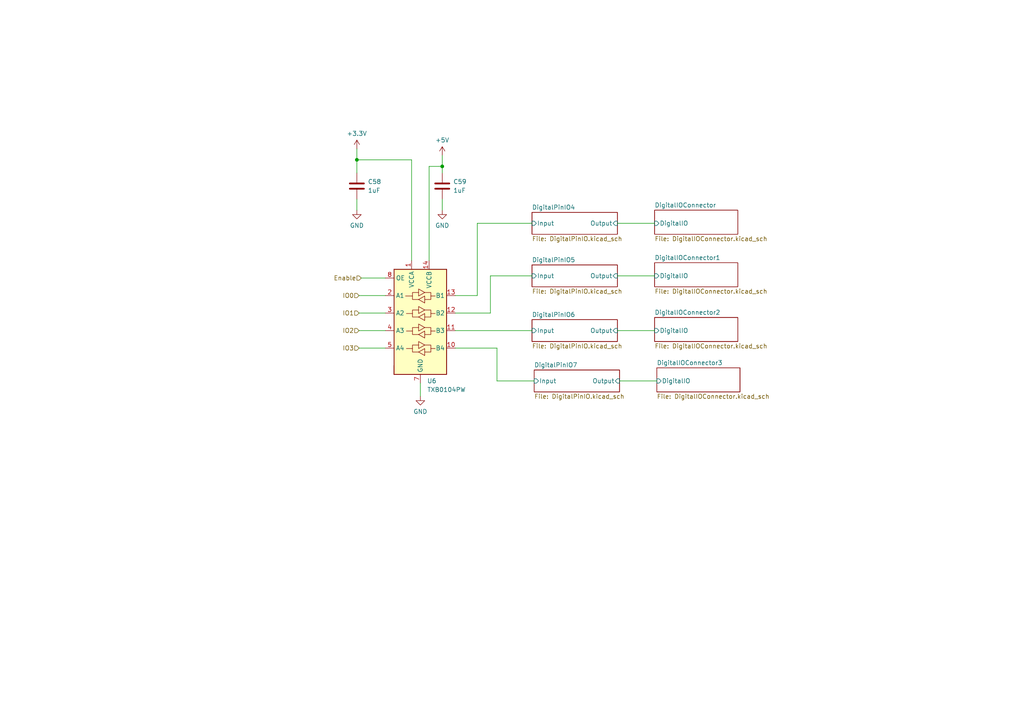
<source format=kicad_sch>
(kicad_sch (version 20230121) (generator eeschema)
  (paper "A4")
  (lib_symbols
    (symbol "Device:C" (pin_numbers hide) (pin_names (offset 0.254))
      (property "Reference" "C" (at 0.635 2.54 0))
      (property "Value" "C" (at 0.635 -2.54 0))
      (symbol "C_0_1"
        (polyline (pts (xy -2.032 -0.762) (xy 2.032 -0.762)) (stroke (width 0.508)))
        (polyline (pts (xy -2.032 0.762) (xy 2.032 0.762)) (stroke (width 0.508)))
      )
      (symbol "C_1_1"
        (pin passive line (at 0 3.81 270) (length 2.794) (name "~") (number "1"))
        (pin passive line (at 0 -3.81 90) (length 2.794) (name "~") (number "2"))
      )
    )
    (symbol "Logic_LevelTranslator:TXB0104PW"
      (property "Reference" "U" (at -6.35 16.51 0))
      (property "Value" "TXB0104PW" (at 3.81 16.51 0))
      (symbol "TXB0104PW_0_1"
        (rectangle (start -7.62 -15.24) (end -7.62 -12.7) (stroke (width 0.254)))
        (rectangle (start -7.62 15.24) (end 7.62 -15.24) (stroke (width 0.254)) (fill (type background)))
        (polyline (pts (xy -2.286 -7.747) (xy -2.286 -6.731) (xy -0.508 -6.731)))
        (polyline (pts (xy -2.286 -2.667) (xy -2.286 -1.651) (xy -0.508 -1.651)))
        (polyline (pts (xy -2.286 2.413) (xy -2.286 3.429) (xy -0.508 3.429)))
        (polyline (pts (xy -2.286 7.493) (xy -2.286 8.509) (xy -0.508 8.509)))
        (polyline (pts (xy 3.048 -7.747) (xy 3.048 -8.763) (xy 1.27 -8.763)))
        (polyline (pts (xy 3.048 -2.667) (xy 3.048 -3.683) (xy 1.27 -3.683)))
        (polyline (pts (xy 3.048 2.413) (xy 3.048 1.397) (xy 1.27 1.397)))
        (polyline (pts (xy 3.048 7.493) (xy 3.048 6.477) (xy 1.27 6.477)))
        (polyline (pts (xy -0.508 -8.763) (xy -2.286 -8.763) (xy -2.286 -7.747) (xy -4.064 -7.747)))
        (polyline (pts (xy -0.508 -8.763) (xy 1.27 -7.747) (xy 1.27 -9.779) (xy -0.508 -8.763)))
        (polyline (pts (xy -0.508 -3.683) (xy -2.286 -3.683) (xy -2.286 -2.667) (xy -4.064 -2.667)))
        (polyline (pts (xy -0.508 -3.683) (xy 1.27 -2.667) (xy 1.27 -4.699) (xy -0.508 -3.683)))
        (polyline (pts (xy -0.508 1.397) (xy -2.286 1.397) (xy -2.286 2.413) (xy -4.064 2.413)))
        (polyline (pts (xy -0.508 1.397) (xy 1.27 2.413) (xy 1.27 0.381) (xy -0.508 1.397)))
        (polyline (pts (xy -0.508 6.477) (xy -2.286 6.477) (xy -2.286 7.493) (xy -4.318 7.493)))
        (polyline (pts (xy -0.508 6.477) (xy 1.27 7.493) (xy 1.27 5.461) (xy -0.508 6.477)))
        (polyline (pts (xy 1.27 -6.731) (xy -0.508 -7.747) (xy -0.508 -5.715) (xy 1.27 -6.731)))
        (polyline (pts (xy 1.27 -6.731) (xy 3.048 -6.731) (xy 3.048 -7.747) (xy 4.318 -7.747)))
        (polyline (pts (xy 1.27 -1.651) (xy -0.508 -2.667) (xy -0.508 -0.635) (xy 1.27 -1.651)))
        (polyline (pts (xy 1.27 -1.651) (xy 3.048 -1.651) (xy 3.048 -2.667) (xy 4.318 -2.667)))
        (polyline (pts (xy 1.27 3.429) (xy -0.508 2.413) (xy -0.508 4.445) (xy 1.27 3.429)))
        (polyline (pts (xy 1.27 3.429) (xy 3.048 3.429) (xy 3.048 2.413) (xy 4.318 2.413)))
        (polyline (pts (xy 1.27 8.509) (xy -0.508 7.493) (xy -0.508 9.525) (xy 1.27 8.509)))
        (polyline (pts (xy 1.27 8.509) (xy 3.048 8.509) (xy 3.048 7.493) (xy 4.318 7.493)))
      )
      (symbol "TXB0104PW_1_1"
        (pin power_in line (at -2.54 17.78 270) (length 2.54) (name "VCCA") (number "1"))
        (pin bidirectional line (at 10.16 -7.62 180) (length 2.54) (name "B4") (number "10"))
        (pin bidirectional line (at 10.16 -2.54 180) (length 2.54) (name "B3") (number "11"))
        (pin bidirectional line (at 10.16 2.54 180) (length 2.54) (name "B2") (number "12"))
        (pin bidirectional line (at 10.16 7.62 180) (length 2.54) (name "B1") (number "13"))
        (pin power_in line (at 2.54 17.78 270) (length 2.54) (name "VCCB") (number "14"))
        (pin bidirectional line (at -10.16 7.62 0) (length 2.54) (name "A1") (number "2"))
        (pin bidirectional line (at -10.16 2.54 0) (length 2.54) (name "A2") (number "3"))
        (pin bidirectional line (at -10.16 -2.54 0) (length 2.54) (name "A3") (number "4"))
        (pin bidirectional line (at -10.16 -7.62 0) (length 2.54) (name "A4") (number "5"))
        (pin no_connect line (at -7.62 -12.7 0) (length 2.54) hide (name "NC") (number "6"))
        (pin power_in line (at 0 -17.78 90) (length 2.54) (name "GND") (number "7"))
        (pin input line (at -10.16 12.7 0) (length 2.54) (name "OE") (number "8"))
        (pin no_connect line (at 7.62 -12.7 180) (length 2.54) hide (name "NC") (number "9"))
      )
    )
    (symbol "power:+3.3V" (power) (pin_names (offset 0))
      (property "Value" "+3.3V" (at 0 3.556 0))
      (symbol "+3.3V_0_1"
        (polyline (pts (xy -0.762 1.27) (xy 0 2.54)))
        (polyline (pts (xy 0 0) (xy 0 2.54)))
        (polyline (pts (xy 0 2.54) (xy 0.762 1.27)))
      )
      (symbol "+3.3V_1_1"
        (pin power_in line (at 0 0 90) (length 0) hide (name "+3.3V") (number "1"))
      )
    )
    (symbol "power:+5V" (power) (pin_names (offset 0))
      (property "Value" "+5V" (at 0 3.556 0))
      (symbol "+5V_0_1"
        (polyline (pts (xy -0.762 1.27) (xy 0 2.54)))
        (polyline (pts (xy 0 0) (xy 0 2.54)))
        (polyline (pts (xy 0 2.54) (xy 0.762 1.27)))
      )
      (symbol "+5V_1_1"
        (pin power_in line (at 0 0 90) (length 0) hide (name "+5V") (number "1"))
      )
    )
    (symbol "power:GND" (power) (pin_names (offset 0))
      (property "Value" "GND" (at 0 -3.81 0))
      (symbol "GND_0_1"
        (polyline (pts (xy 0 0) (xy 0 -1.27) (xy 1.27 -1.27) (xy 0 -2.54) (xy -1.27 -1.27) (xy 0 -1.27)))
      )
      (symbol "GND_1_1"
        (pin power_in line (at 0 0 270) (length 0) hide (name "GND") (number "1"))
      )
    )
  )
  (junction (at 128.27 48.26))
  (junction (at 103.505 46.355))
  (wire (pts (xy 104.14 90.805) (xy 111.76 90.805)))
  (wire (pts (xy 132.08 85.725) (xy 138.43 85.725)))
  (wire (pts (xy 132.08 95.885) (xy 154.305 95.885)))
  (wire (pts (xy 179.07 80.01) (xy 189.865 80.01)))
  (wire (pts (xy 138.43 64.77) (xy 154.305 64.77)))
  (wire (pts (xy 103.505 43.18) (xy 103.505 46.355)))
  (wire (pts (xy 128.27 48.26) (xy 128.27 50.165)))
  (wire (pts (xy 132.08 100.965) (xy 144.145 100.965)))
  (wire (pts (xy 119.38 46.355) (xy 119.38 75.565)))
  (wire (pts (xy 142.24 80.01) (xy 154.305 80.01)))
  (wire (pts (xy 124.46 75.565) (xy 124.46 48.26)))
  (wire (pts (xy 179.07 95.885) (xy 189.865 95.885)))
  (wire (pts (xy 128.27 57.785) (xy 128.27 60.96)))
  (wire (pts (xy 104.14 100.965) (xy 111.76 100.965)))
  (wire (pts (xy 104.775 80.645) (xy 111.76 80.645)))
  (wire (pts (xy 179.705 110.49) (xy 190.5 110.49)))
  (wire (pts (xy 128.27 45.085) (xy 128.27 48.26)))
  (wire (pts (xy 144.145 110.49) (xy 154.94 110.49)))
  (wire (pts (xy 121.92 111.125) (xy 121.92 114.935)))
  (wire (pts (xy 132.08 90.805) (xy 142.24 90.805)))
  (wire (pts (xy 179.07 64.77) (xy 189.865 64.77)))
  (wire (pts (xy 103.505 46.355) (xy 119.38 46.355)))
  (wire (pts (xy 104.14 85.725) (xy 111.76 85.725)))
  (wire (pts (xy 103.505 46.355) (xy 103.505 50.165)))
  (wire (pts (xy 138.43 85.725) (xy 138.43 64.77)))
  (wire (pts (xy 103.505 57.785) (xy 103.505 60.96)))
  (wire (pts (xy 104.14 95.885) (xy 111.76 95.885)))
  (wire (pts (xy 144.145 100.965) (xy 144.145 110.49)))
  (wire (pts (xy 142.24 90.805) (xy 142.24 80.01)))
  (wire (pts (xy 124.46 48.26) (xy 128.27 48.26)))
  (hierarchical_label "IO1" (shape input) (at 104.14 90.805 180))
  (hierarchical_label "IO2" (shape input) (at 104.14 95.885 180))
  (hierarchical_label "IO3" (shape input) (at 104.14 100.965 180))
  (hierarchical_label "Enable" (shape input) (at 104.775 80.645 180))
  (hierarchical_label "IO0" (shape input) (at 104.14 85.725 180))
  (symbol (lib_id "Device:C") (at 103.505 53.975 0) (unit 1)
    (property "Reference" "C58" (at 106.68 52.705 0) (effects (justify left)))
    (property "Value" "1uF" (at 106.68 55.245 0) (effects (justify left)))
    (property "Footprint" "Capacitor_SMD:C_0805_2012Metric" (effects hide))
    (instances (project "TeensyIrrigation" (path "" (reference "C58") (unit 1)) (path "" (reference "C64") (unit 1))))
  )
  (symbol (lib_id "power:GND") (at 103.505 60.96 0) (unit 1)
    (property "Reference" "#PWR0212" (effects hide))
    (property "Value" "GND" (at 103.505 65.405 0))
    (instances (project "TeensyIrrigation" (path "" (reference "#PWR0212") (unit 1)) (path "" (reference "#PWR0233") (unit 1))))
  )
  (symbol (lib_id "power:GND") (at 128.27 60.96 0) (unit 1)
    (property "Reference" "#PWR0215" (effects hide))
    (property "Value" "GND" (at 128.27 65.405 0))
    (instances (project "TeensyIrrigation" (path "" (reference "#PWR0215") (unit 1)) (path "" (reference "#PWR0236") (unit 1))))
  )
  (symbol (lib_id "power:+5V") (at 128.27 45.085 0) (unit 1)
    (property "Reference" "#PWR0214" (effects hide))
    (property "Value" "+5V" (at 128.27 40.64 0))
    (instances (project "TeensyIrrigation" (path "" (reference "#PWR0214") (unit 1)) (path "" (reference "#PWR0235") (unit 1))))
  )
  (symbol (lib_id "Device:C") (at 128.27 53.975 0) (unit 1)
    (property "Reference" "C59" (at 131.445 52.705 0) (effects (justify left)))
    (property "Value" "1uF" (at 131.445 55.245 0) (effects (justify left)))
    (property "Footprint" "Capacitor_SMD:C_0805_2012Metric" (effects hide))
    (instances (project "TeensyIrrigation" (path "" (reference "C59") (unit 1)) (path "" (reference "C65") (unit 1))))
  )
  (symbol (lib_id "power:+3.3V") (at 103.505 43.18 0) (unit 1)
    (property "Reference" "#PWR0211" (effects hide))
    (property "Value" "+3.3V" (at 103.505 38.735 0))
    (instances (project "TeensyIrrigation" (path "" (reference "#PWR0211") (unit 1)) (path "" (reference "#PWR0232") (unit 1))))
  )
  (symbol (lib_id "power:GND") (at 121.92 114.935 0) (unit 1)
    (property "Reference" "#PWR0213" (effects hide))
    (property "Value" "GND" (at 121.92 119.38 0))
    (instances (project "TeensyIrrigation" (path "" (reference "#PWR0213") (unit 1)) (path "" (reference "#PWR0234") (unit 1))))
  )
  (symbol (lib_id "Logic_LevelTranslator:TXB0104PW") (at 121.92 93.345 0) (unit 1)
    (property "Reference" "U6" (at 123.8759 110.49 0) (effects (justify left)))
    (property "Value" "TXB0104PW" (at 123.8759 113.03 0) (effects (justify left)))
    (property "Footprint" "Package_SO:TSSOP-14_4.4x5mm_P0.65mm" (effects hide))
    (property "Datasheet" "http://www.ti.com/lit/ds/symlink/txb0104.pdf" (effects hide))
    (instances (project "TeensyIrrigation" (path "" (reference "U6") (unit 1)) (path "" (reference "U7") (unit 1))))
  )
  (sheet (at 154.305 61.595) (size 24.765 6.35) (stroke (width 0.1524))
    (property "Sheetname" "DigitalPinIO4" (at 154.305 60.8834 0) (effects (justify left bottom)))
    (property "Sheetfile" "DigitalPinIO.kicad_sch" (at 154.305 68.5296 0) (effects (justify left top)))
    (pin "Input" input (at 154.305 64.77 180))
    (pin "Output" input (at 179.07 64.77 0))
  )
  (sheet (at 189.865 92.075) (size 24.13 6.985) (stroke (width 0.1524))
    (property "Sheetname" "DigitalIOConnector2" (at 189.865 91.3634 0) (effects (justify left bottom)))
    (property "Sheetfile" "DigitalIOConnector.kicad_sch" (at 189.865 99.6446 0) (effects (justify left top)))
    (pin "DigitalIO" input (at 189.865 95.885 180))
  )
  (sheet (at 154.305 92.71) (size 24.765 6.35) (stroke (width 0.1524))
    (property "Sheetname" "DigitalPinIO6" (at 154.305 91.9984 0) (effects (justify left bottom)))
    (property "Sheetfile" "DigitalPinIO.kicad_sch" (at 154.305 99.6446 0) (effects (justify left top)))
    (pin "Input" input (at 154.305 95.885 180))
    (pin "Output" input (at 179.07 95.885 0))
  )
  (sheet (at 154.305 76.835) (size 24.765 6.35) (stroke (width 0.1524))
    (property "Sheetname" "DigitalPinIO5" (at 154.305 76.1234 0) (effects (justify left bottom)))
    (property "Sheetfile" "DigitalPinIO.kicad_sch" (at 154.305 83.7696 0) (effects (justify left top)))
    (pin "Input" input (at 154.305 80.01 180))
    (pin "Output" input (at 179.07 80.01 0))
  )
  (sheet (at 189.865 60.96) (size 24.13 6.985) (stroke (width 0.1524))
    (property "Sheetname" "DigitalIOConnector" (at 189.865 60.2484 0) (effects (justify left bottom)))
    (property "Sheetfile" "DigitalIOConnector.kicad_sch" (at 189.865 68.5296 0) (effects (justify left top)))
    (pin "DigitalIO" input (at 189.865 64.77 180))
  )
  (sheet (at 190.5 106.68) (size 24.13 6.985) (stroke (width 0.1524))
    (property "Sheetname" "DigitalIOConnector3" (at 190.5 105.9684 0) (effects (justify left bottom)))
    (property "Sheetfile" "DigitalIOConnector.kicad_sch" (at 190.5 114.2496 0) (effects (justify left top)))
    (pin "DigitalIO" input (at 190.5 110.49 180))
  )
  (sheet (at 154.94 107.315) (size 24.765 6.35) (stroke (width 0.1524))
    (property "Sheetname" "DigitalPinIO7" (at 154.94 106.6034 0) (effects (justify left bottom)))
    (property "Sheetfile" "DigitalPinIO.kicad_sch" (at 154.94 114.2496 0) (effects (justify left top)))
    (pin "Input" input (at 154.94 110.49 180))
    (pin "Output" input (at 179.705 110.49 0))
  )
  (sheet (at 189.865 76.2) (size 24.13 6.985) (stroke (width 0.1524))
    (property "Sheetname" "DigitalIOConnector1" (at 189.865 75.4884 0) (effects (justify left bottom)))
    (property "Sheetfile" "DigitalIOConnector.kicad_sch" (at 189.865 83.7696 0) (effects (justify left top)))
    (pin "DigitalIO" input (at 189.865 80.01 180))
  )
)
</source>
